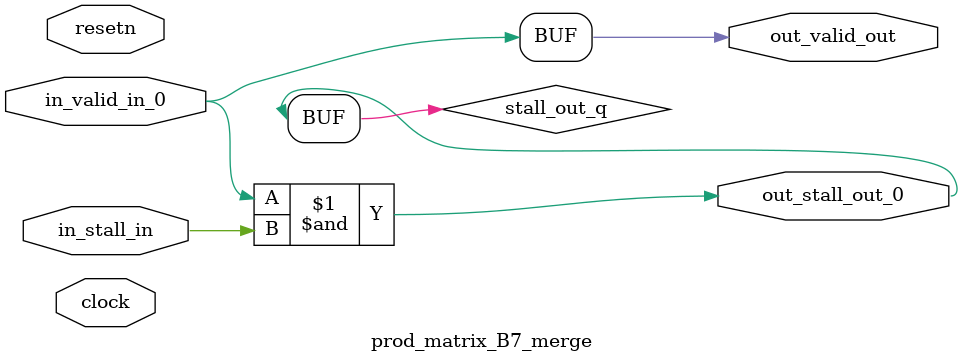
<source format=sv>



(* altera_attribute = "-name AUTO_SHIFT_REGISTER_RECOGNITION OFF; -name MESSAGE_DISABLE 10036; -name MESSAGE_DISABLE 10037; -name MESSAGE_DISABLE 14130; -name MESSAGE_DISABLE 14320; -name MESSAGE_DISABLE 15400; -name MESSAGE_DISABLE 14130; -name MESSAGE_DISABLE 10036; -name MESSAGE_DISABLE 12020; -name MESSAGE_DISABLE 12030; -name MESSAGE_DISABLE 12010; -name MESSAGE_DISABLE 12110; -name MESSAGE_DISABLE 14320; -name MESSAGE_DISABLE 13410; -name MESSAGE_DISABLE 113007; -name MESSAGE_DISABLE 10958" *)
module prod_matrix_B7_merge (
    input wire [0:0] in_stall_in,
    input wire [0:0] in_valid_in_0,
    output wire [0:0] out_stall_out_0,
    output wire [0:0] out_valid_out,
    input wire clock,
    input wire resetn
    );

    wire [0:0] stall_out_q;


    // stall_out(LOGICAL,6)
    assign stall_out_q = in_valid_in_0 & in_stall_in;

    // out_stall_out_0(GPOUT,4)
    assign out_stall_out_0 = stall_out_q;

    // out_valid_out(GPOUT,5)
    assign out_valid_out = in_valid_in_0;

endmodule

</source>
